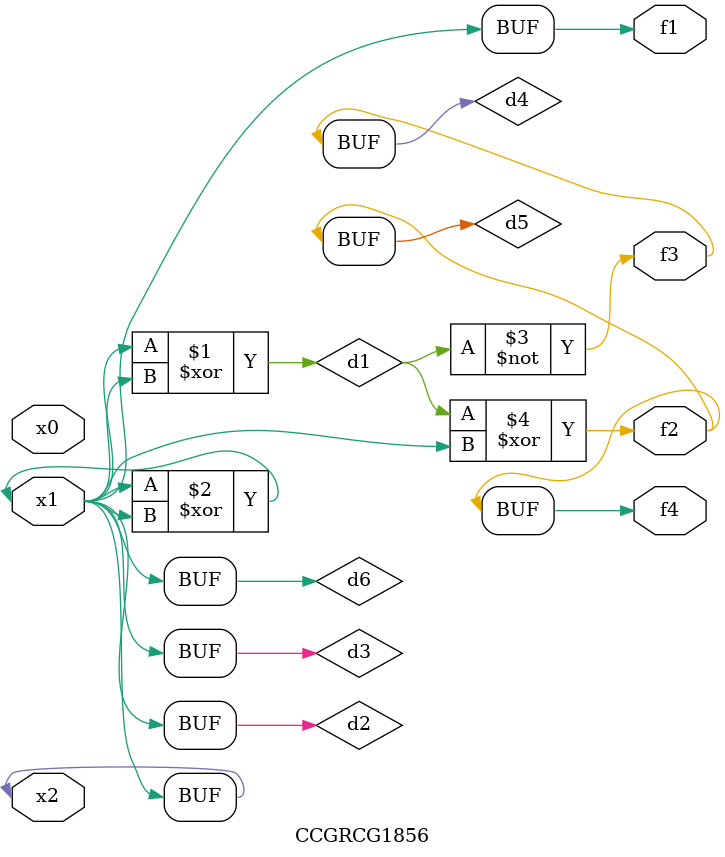
<source format=v>
module CCGRCG1856(
	input x0, x1, x2,
	output f1, f2, f3, f4
);

	wire d1, d2, d3, d4, d5, d6;

	xor (d1, x1, x2);
	buf (d2, x1, x2);
	xor (d3, x1, x2);
	nor (d4, d1);
	xor (d5, d1, d2);
	buf (d6, d2, d3);
	assign f1 = d6;
	assign f2 = d5;
	assign f3 = d4;
	assign f4 = d5;
endmodule

</source>
